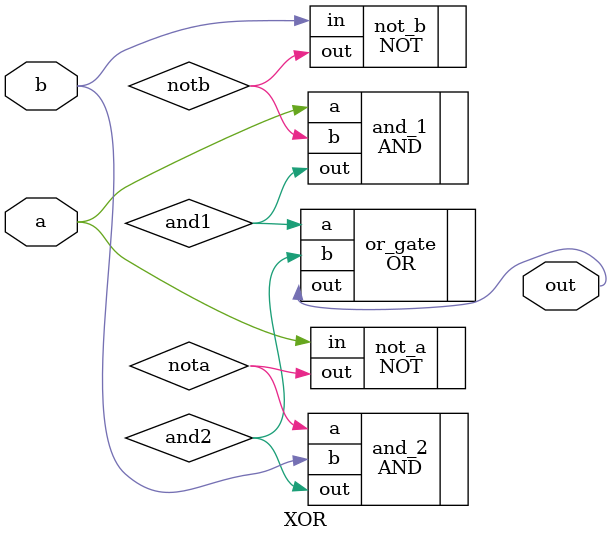
<source format=v>
module XOR (
    input a, b,
    output out
);
    wire nota, notb, and1, and2;    
    NOT not_a (
        .in(a),
        .out(nota)
    );
    NOT not_b (
        .in(b),
        .out(notb)
    );
    AND and_1 (
        .a(a),
        .b(notb),
        .out(and1)
    );
    AND and_2 (
        .a(nota),
        .b(b),
        .out(and2)
    );
    OR or_gate (
        .a(and1),
        .b(and2),
        .out(out)
    );
endmodule
</source>
